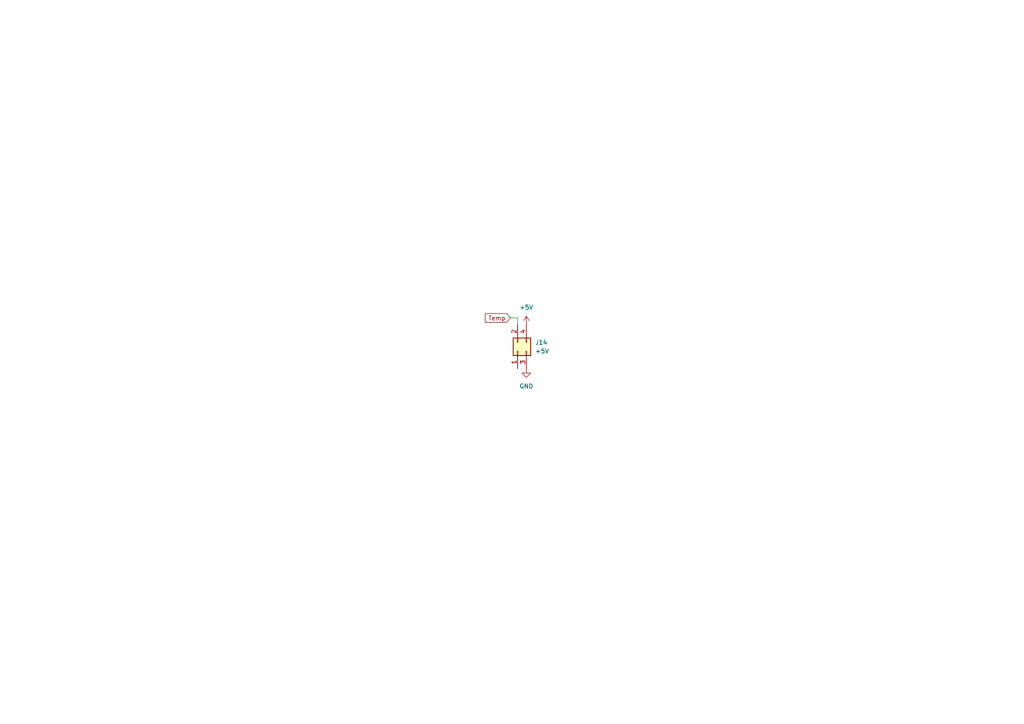
<source format=kicad_sch>
(kicad_sch (version 20211123) (generator eeschema)
  (paper "A4")
  (lib_symbols
    (symbol "Connector_Generic:Conn_02x02_Odd_Even" (pin_names (offset 1.016) hide)
      (property "Reference" "J" (at 1.27 2.54 0))
      (property "Value" "Conn_02x02_Odd_Even" (at 1.27 -5.08 0))
      (symbol "Conn_02x02_Odd_Even_1_1"
        (rectangle (start -1.27 -2.413) (end 0 -2.667) (stroke (width 0.1524)))
        (rectangle (start -1.27 0.127) (end 0 -0.127) (stroke (width 0.1524)))
        (rectangle (start -1.27 1.27) (end 3.81 -3.81) (stroke (width 0.254)) (fill (type background)))
        (rectangle (start 3.81 -2.413) (end 2.54 -2.667) (stroke (width 0.1524)))
        (rectangle (start 3.81 0.127) (end 2.54 -0.127) (stroke (width 0.1524)))
        (pin passive line (at -5.08 0 0) (length 3.81) (name "Pin_1") (number "1"))
        (pin passive line (at 7.62 0 180) (length 3.81) (name "Pin_2") (number "2"))
        (pin passive line (at -5.08 -2.54 0) (length 3.81) (name "Pin_3") (number "3"))
        (pin passive line (at 7.62 -2.54 180) (length 3.81) (name "Pin_4") (number "4"))
      )
    )
    (symbol "power:+5V" (power) (pin_names (offset 0))
      (property "Value" "+5V" (at 0 3.556 0))
      (symbol "+5V_0_1"
        (polyline (pts (xy -0.762 1.27) (xy 0 2.54)))
        (polyline (pts (xy 0 0) (xy 0 2.54)))
        (polyline (pts (xy 0 2.54) (xy 0.762 1.27)))
      )
      (symbol "+5V_1_1"
        (pin power_in line (at 0 0 90) (length 0) hide (name "+5V") (number "1"))
      )
    )
    (symbol "power:GND" (power) (pin_names (offset 0))
      (property "Value" "GND" (at 0 -3.81 0))
      (symbol "GND_0_1"
        (polyline (pts (xy 0 0) (xy 0 -1.27) (xy 1.27 -1.27) (xy 0 -2.54) (xy -1.27 -1.27) (xy 0 -1.27)))
      )
      (symbol "GND_1_1"
        (pin power_in line (at 0 0 270) (length 0) hide (name "GND") (number "1"))
      )
    )
  )
  (wire (pts (xy 148.082 92.202) (xy 150.114 92.202)))
  (wire (pts (xy 150.114 92.202) (xy 150.114 94.234)))
  (global_label "Temp" (shape input) (at 148.082 92.202 180) (property "Intersheet References" "${INTERSHEET_REFS}" (effects hide)))
  (symbol (lib_id "Connector_Generic:Conn_02x02_Odd_Even") (at 150.114 101.854 90) (unit 1)
    (property "Reference" "J14" (at 155.194 99.3139 90) (effects (justify right)))
    (property "Value" "+5V" (at 155.194 101.8539 90) (effects (justify right)))
    (property "Footprint" "Connector_Molex:Molex_Micro-Fit_3.0_43045-0400_2x02_P3.00mm_Horizontal" (effects hide))
  )
  (symbol (lib_id "power:GND") (at 152.654 106.934 0) (unit 1)
    (property "Reference" "#PWR021" (effects hide))
    (property "Value" "GND" (at 152.654 112.014 0))
  )
  (symbol (lib_id "power:+5V") (at 152.654 94.234 0) (unit 1)
    (property "Reference" "#PWR020" (effects hide))
    (property "Value" "+5V" (at 152.654 89.154 0))
  )
)
</source>
